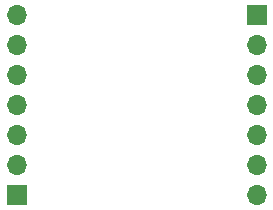
<source format=gbr>
%TF.GenerationSoftware,KiCad,Pcbnew,(7.0.0-0)*%
%TF.CreationDate,2023-09-01T09:13:59-07:00*%
%TF.ProjectId,level_shifter_breakout,6c657665-6c5f-4736-9869-667465725f62,rev?*%
%TF.SameCoordinates,Original*%
%TF.FileFunction,Soldermask,Bot*%
%TF.FilePolarity,Negative*%
%FSLAX46Y46*%
G04 Gerber Fmt 4.6, Leading zero omitted, Abs format (unit mm)*
G04 Created by KiCad (PCBNEW (7.0.0-0)) date 2023-09-01 09:13:59*
%MOMM*%
%LPD*%
G01*
G04 APERTURE LIST*
%ADD10R,1.700000X1.700000*%
%ADD11O,1.700000X1.700000*%
G04 APERTURE END LIST*
D10*
%TO.C,J2*%
X146049999Y-74929999D03*
D11*
X146049999Y-77469999D03*
X146049999Y-80009999D03*
X146049999Y-82549999D03*
X146049999Y-85089999D03*
X146049999Y-87629999D03*
X146049999Y-90169999D03*
%TD*%
D10*
%TO.C,J1*%
X125729999Y-90169999D03*
D11*
X125729999Y-87629999D03*
X125729999Y-85089999D03*
X125729999Y-82549999D03*
X125729999Y-80009999D03*
X125729999Y-77469999D03*
X125729999Y-74929999D03*
%TD*%
M02*

</source>
